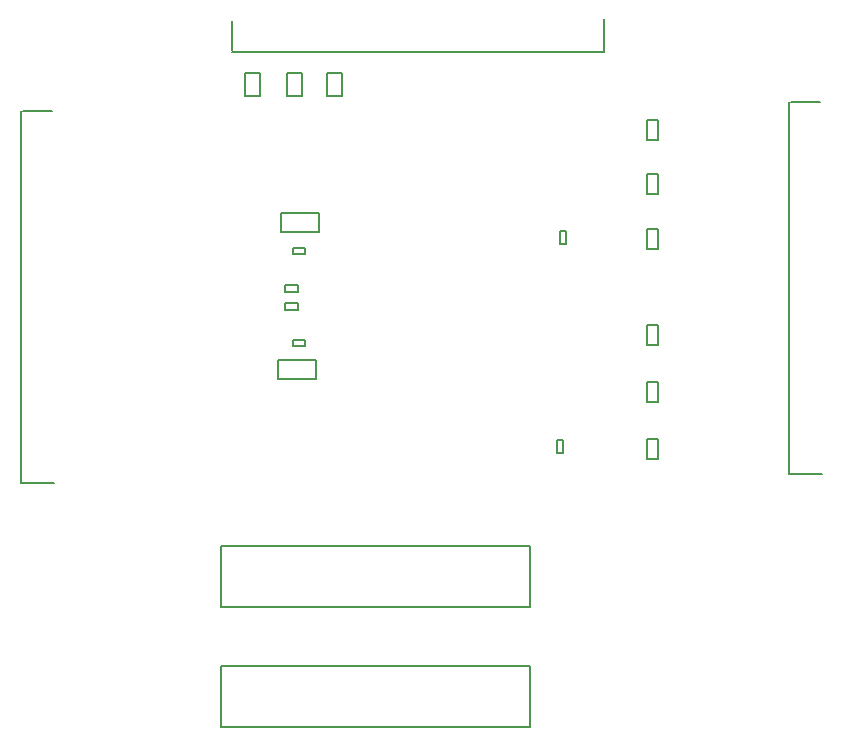
<source format=gbr>
%TF.GenerationSoftware,Altium Limited,Altium Designer,22.9.1 (49)*%
G04 Layer_Color=8388736*
%FSLAX25Y25*%
%MOIN*%
%TF.SameCoordinates,E4663CD6-9850-4590-99AB-2D6E941D03D6*%
%TF.FilePolarity,Positive*%
%TF.FileFunction,Other,Top_3D_Body*%
%TF.Part,Single*%
G01*
G75*
%TA.AperFunction,NonConductor*%
%ADD36C,0.00787*%
D36*
X144067Y152917D02*
Y155083D01*
X139933D02*
X144067D01*
X139933Y152917D02*
Y155083D01*
Y152917D02*
X144067D01*
X246287Y232988D02*
Y244012D01*
X122272Y233650D02*
Y243350D01*
Y232988D02*
X246287D01*
X137701Y123850D02*
Y130150D01*
Y123850D02*
X150299D01*
Y130150D01*
X137701D02*
X150299D01*
X144067Y146917D02*
Y149083D01*
X139933D02*
X144067D01*
X139933Y146917D02*
Y149083D01*
Y146917D02*
X144067D01*
X131461Y218063D02*
Y225937D01*
X126539Y218063D02*
X131461D01*
X126539D02*
Y225937D01*
X131461D01*
X138701Y172850D02*
Y179150D01*
Y172850D02*
X151299D01*
Y179150D01*
X138701D02*
X151299D01*
X118425Y28138D02*
X221575D01*
Y7862D02*
Y28138D01*
X118425Y7862D02*
X221575D01*
X118425D02*
Y28138D01*
X158961Y218063D02*
Y225937D01*
X154039Y218063D02*
X158961D01*
X154039D02*
Y225937D01*
X158961D01*
X307988Y92154D02*
X319012D01*
X308650Y216169D02*
X318350D01*
X307988Y92154D02*
Y216169D01*
X118425Y47862D02*
Y68138D01*
Y47862D02*
X221575D01*
Y68138D01*
X118425D02*
X221575D01*
X51988Y89213D02*
X63012D01*
X52650Y213228D02*
X62350D01*
X51988Y89213D02*
Y213228D01*
X260728Y185653D02*
X264272D01*
Y192347D01*
X260728D02*
X264272D01*
X260728Y185653D02*
Y192347D01*
Y135153D02*
Y141847D01*
X264272D01*
Y135153D02*
Y141847D01*
X260728Y135153D02*
X264272D01*
X260728Y173894D02*
X264272D01*
X260728Y167201D02*
Y173894D01*
Y167201D02*
X264272D01*
Y173894D01*
Y116154D02*
Y122846D01*
X260728Y116154D02*
X264272D01*
X260728D02*
Y122846D01*
X264272D01*
X260728Y203606D02*
X264272D01*
Y210299D01*
X260728D02*
X264272D01*
X260728Y203606D02*
Y210299D01*
X142532Y135016D02*
X146468D01*
X142532D02*
Y136984D01*
X146468D01*
Y135016D02*
Y136984D01*
X142532Y165516D02*
X146468D01*
X142532D02*
Y167484D01*
X146468D01*
Y165516D02*
Y167484D01*
X145461Y218063D02*
Y225937D01*
X140539Y218063D02*
X145461D01*
X140539D02*
Y225937D01*
X145461D01*
X264272Y97154D02*
Y103847D01*
X260728Y97154D02*
X264272D01*
X260728D02*
Y103847D01*
X264272D01*
X231417Y173067D02*
X233583D01*
X231417Y168933D02*
Y173067D01*
Y168933D02*
X233583D01*
Y173067D01*
X232583Y99358D02*
Y103492D01*
X230417Y99358D02*
X232583D01*
X230417D02*
Y103492D01*
X232583D01*
%TF.MD5,a95792580f2dcd01143e465040dd8b48*%
M02*

</source>
